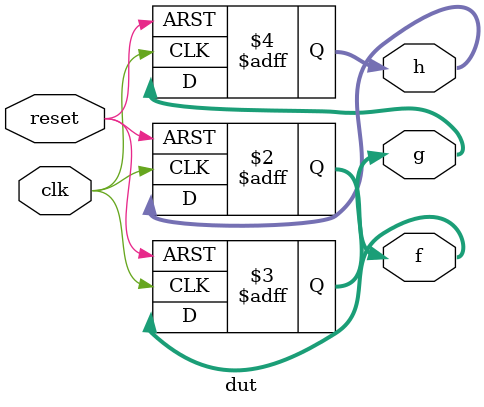
<source format=v>
module dut(
    input clk,
    input reset,
    output reg [3:0] f, g, h
);

always @(posedge clk or posedge reset) begin
    if (reset) begin
        f <= 5;
        g <= 8;
        h <= 4'hc;
    end else begin
        g <= f;
        h <= g;
        f <= h;
    end
end

endmodule

</source>
